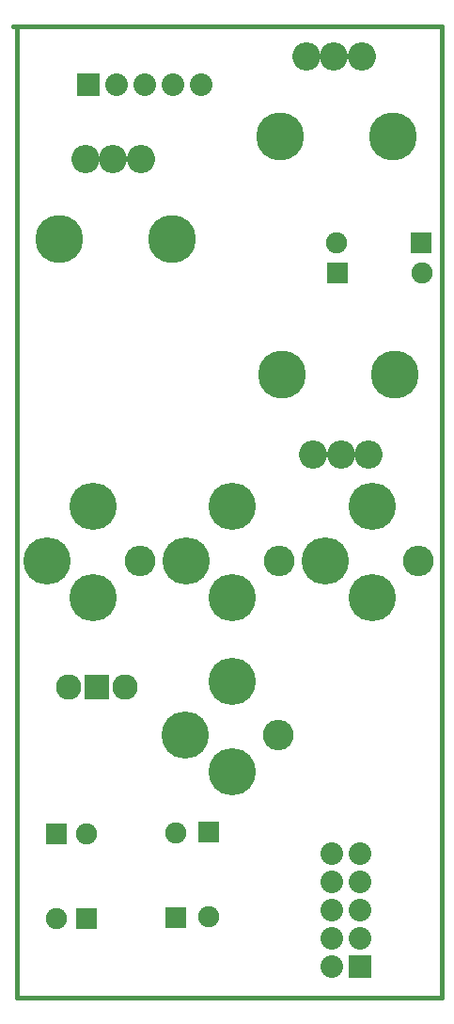
<source format=gbs>
G04 (created by PCBNEW-RS274X (2012-apr-16-27)-stable) date Thu 18 Jun 2015 14:37:37 CEST*
G01*
G70*
G90*
%MOIN*%
G04 Gerber Fmt 3.4, Leading zero omitted, Abs format*
%FSLAX34Y34*%
G04 APERTURE LIST*
%ADD10C,0.006000*%
%ADD11C,0.015000*%
%ADD12O,0.100000X0.100000*%
%ADD13C,0.170000*%
%ADD14R,0.080000X0.080000*%
%ADD15C,0.080000*%
%ADD16C,0.090000*%
%ADD17R,0.090000X0.090000*%
%ADD18O,0.167600X0.167600*%
%ADD19O,0.108500X0.108500*%
%ADD20R,0.075000X0.075000*%
%ADD21C,0.075000*%
G04 APERTURE END LIST*
G54D10*
G54D11*
X49460Y-50960D02*
X49460Y-16580D01*
X64520Y-50960D02*
X49460Y-50960D01*
X64520Y-16560D02*
X64520Y-50960D01*
X49320Y-16560D02*
X64520Y-16560D01*
G54D12*
X59968Y-31727D03*
X60952Y-31727D03*
X61936Y-31727D03*
G54D13*
X58863Y-28900D03*
X62853Y-28900D03*
G54D12*
X53859Y-21267D03*
X52875Y-21267D03*
X51891Y-21267D03*
G54D13*
X54964Y-24094D03*
X50974Y-24094D03*
G54D12*
X61679Y-17627D03*
X60695Y-17627D03*
X59711Y-17627D03*
G54D13*
X62784Y-20454D03*
X58794Y-20454D03*
G54D14*
X61640Y-49860D03*
G54D15*
X60640Y-49860D03*
X61640Y-48860D03*
X60640Y-48860D03*
X61640Y-47860D03*
X60640Y-47860D03*
X61640Y-46860D03*
X60640Y-46860D03*
X61640Y-45860D03*
X60640Y-45860D03*
G54D14*
X52000Y-18620D03*
G54D15*
X53000Y-18620D03*
X54000Y-18620D03*
X55000Y-18620D03*
X56000Y-18620D03*
G54D16*
X51300Y-39980D03*
G54D17*
X52300Y-39980D03*
G54D16*
X53300Y-39980D03*
G54D18*
X50512Y-35500D03*
X52165Y-33571D03*
X52165Y-36799D03*
G54D19*
X53818Y-35500D03*
G54D18*
X55434Y-41680D03*
X57087Y-39751D03*
X57087Y-42979D03*
G54D19*
X58740Y-41680D03*
G54D18*
X60394Y-35500D03*
X62047Y-33571D03*
X62047Y-36799D03*
G54D19*
X63700Y-35500D03*
G54D18*
X55447Y-35500D03*
X57100Y-33571D03*
X57100Y-36799D03*
G54D19*
X58753Y-35500D03*
G54D20*
X50860Y-45160D03*
G54D21*
X50860Y-48160D03*
G54D20*
X51920Y-48180D03*
G54D21*
X51920Y-45180D03*
G54D20*
X60820Y-25300D03*
G54D21*
X63820Y-25300D03*
G54D20*
X63800Y-24220D03*
G54D21*
X60800Y-24220D03*
G54D20*
X56260Y-45100D03*
G54D21*
X56260Y-48100D03*
G54D20*
X55100Y-48120D03*
G54D21*
X55100Y-45120D03*
M02*

</source>
